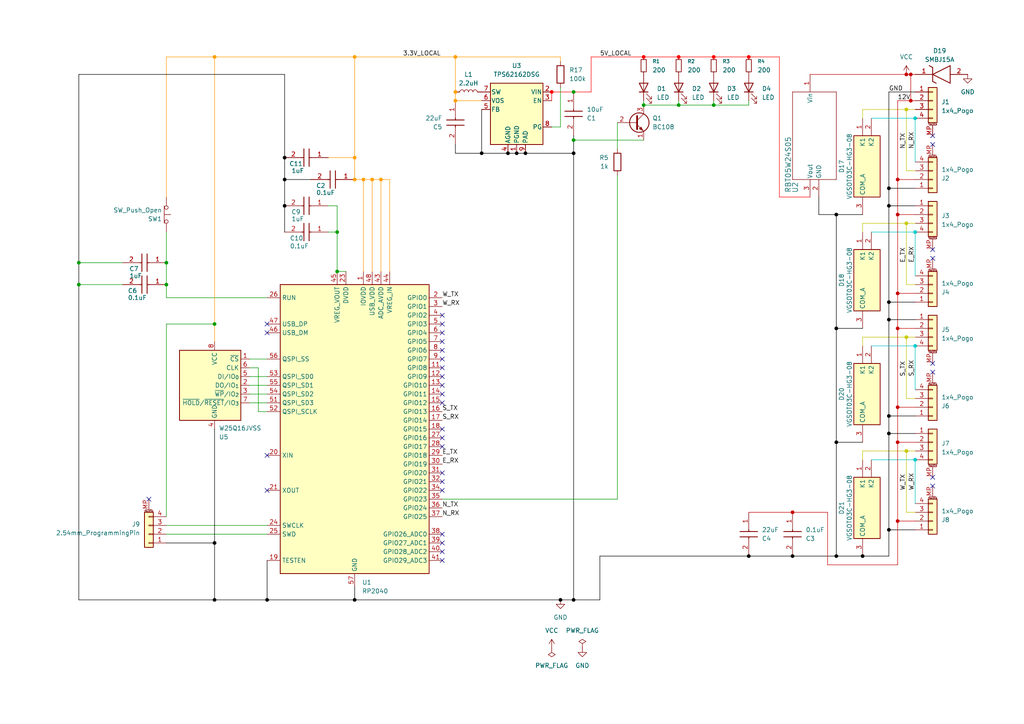
<source format=kicad_sch>
(kicad_sch (version 20250114) (generator "eeschema") (generator_version "9.0")
  (paper "A4")
  (title_block (date "2025-11-03") (rev "v0.0.1"))
  (junction (at 160.02 26.67) (color 255 0 0 1))
  (junction (at 260.35 85.09) (color 194 0 0 1))
  (junction (at 262.89 97.79) (color 194 194 0 1))
  (junction (at 102.87 52.07) (color 255 153 0 1))
  (junction (at 62.23 173.99) (color 0 0 0 1))
  (junction (at 132.08 16.51) (color 255 153 0 1))
  (junction (at 132.08 29.21) (color 255 153 0 1))
  (junction (at 262.89 64.77) (color 194 194 0 1))
  (junction (at 229.87 161.29) (color 0 0 0 1))
  (junction (at 162.56 173.99) (color 0 0 0 1))
  (junction (at 207.01 16.51) (color 255 0 0 1))
  (junction (at 166.37 26.67))
  (junction (at 265.43 100.33) (color 0 194 194 1))
  (junction (at 48.26 82.55))
  (junction (at 242.57 128.27) (color 0 0 0 1))
  (junction (at 262.89 21.59) (color 194 0 0 1))
  (junction (at 257.81 59.69) (color 0 0 0 1))
  (junction (at 217.17 16.51) (color 255 0 0 1))
  (junction (at 82.55 59.69) (color 0 0 0 1))
  (junction (at 147.32 44.45) (color 0 0 0 1))
  (junction (at 257.81 92.71) (color 0 0 0 1))
  (junction (at 260.35 128.27) (color 194 0 0 1))
  (junction (at 82.55 52.07) (color 0 0 0 1))
  (junction (at 22.86 76.2))
  (junction (at 250.19 161.29) (color 0 0 0 1))
  (junction (at 260.35 52.07) (color 194 0 0 1))
  (junction (at 217.17 161.29) (color 0 0 0 1))
  (junction (at 82.55 45.72) (color 0 0 0 1))
  (junction (at 186.69 30.48))
  (junction (at 260.35 62.23) (color 194 0 0 1))
  (junction (at 265.43 133.35) (color 0 194 194 1))
  (junction (at 186.69 16.51) (color 255 0 0 1))
  (junction (at 196.85 16.51) (color 255 0 0 1))
  (junction (at 260.35 151.13) (color 194 0 0 1))
  (junction (at 107.95 52.07) (color 255 153 0 1))
  (junction (at 62.23 16.51) (color 255 153 0 1))
  (junction (at 242.57 62.23) (color 0 0 0 1))
  (junction (at 260.35 118.11) (color 194 0 0 1))
  (junction (at 132.08 26.67) (color 255 153 0 1))
  (junction (at 257.81 125.73) (color 0 0 0 1))
  (junction (at 257.81 87.63) (color 0 0 0 1))
  (junction (at 62.23 93.98))
  (junction (at 262.89 31.75) (color 194 194 0 1))
  (junction (at 265.43 67.31) (color 0 194 194 1))
  (junction (at 229.87 148.59) (color 194 0 0 1))
  (junction (at 265.43 34.29) (color 0 194 194 1))
  (junction (at 77.47 173.99) (color 0 0 0 1))
  (junction (at 242.57 161.29) (color 0 0 0 1))
  (junction (at 207.01 30.48))
  (junction (at 242.57 95.25) (color 0 0 0 1))
  (junction (at 102.87 16.51) (color 255 153 0 1))
  (junction (at 262.89 130.81) (color 194 194 0 1))
  (junction (at 105.41 52.07) (color 255 153 0 1))
  (junction (at 102.87 45.72) (color 255 153 0 1))
  (junction (at 264.16 21.59) (color 194 0 0 1))
  (junction (at 102.87 173.99) (color 0 0 0 1))
  (junction (at 257.81 54.61) (color 0 0 0 1))
  (junction (at 257.81 153.67) (color 0 0 0 1))
  (junction (at 166.37 173.99) (color 0 0 0 1))
  (junction (at 257.81 120.65) (color 0 0 0 1))
  (junction (at 196.85 30.48))
  (junction (at 97.79 78.74))
  (junction (at 97.79 67.31))
  (junction (at 48.26 76.2))
  (junction (at 152.4 44.45) (color 0 0 0 1))
  (junction (at 110.49 52.07) (color 255 153 0 1))
  (junction (at 166.37 40.64))
  (junction (at 166.37 44.45) (color 0 0 0 1))
  (junction (at 139.7 44.45) (color 0 0 0 1))
  (junction (at 264.16 29.21) (color 194 0 0 1))
  (junction (at 149.86 44.45) (color 0 0 0 1))
  (junction (at 22.86 82.55))
  (junction (at 62.23 157.48) (color 0 0 0 1))
  (junction (at 260.35 95.25) (color 194 0 0 1))
  (no_connect (at 128.27 109.22))
  (no_connect (at 77.47 142.24))
  (no_connect (at 128.27 114.3))
  (no_connect (at 128.27 116.84))
  (no_connect (at 128.27 93.98))
  (no_connect (at 77.47 132.08))
  (no_connect (at 270.51 107.95))
  (no_connect (at 128.27 139.7))
  (no_connect (at 128.27 99.06))
  (no_connect (at 128.27 101.6))
  (no_connect (at 128.27 111.76))
  (no_connect (at 128.27 154.94))
  (no_connect (at 128.27 137.16))
  (no_connect (at 270.51 72.39))
  (no_connect (at 128.27 96.52))
  (no_connect (at 128.27 127))
  (no_connect (at 128.27 162.56))
  (no_connect (at 128.27 124.46))
  (no_connect (at 128.27 91.44))
  (no_connect (at 270.51 105.41))
  (no_connect (at 43.18 144.78))
  (no_connect (at 128.27 160.02))
  (no_connect (at 270.51 138.43))
  (no_connect (at 77.47 96.52))
  (no_connect (at 270.51 41.91))
  (no_connect (at 128.27 129.54))
  (no_connect (at 270.51 74.93))
  (no_connect (at 270.51 39.37))
  (no_connect (at 77.47 93.98))
  (no_connect (at 128.27 142.24))
  (no_connect (at 128.27 106.68))
  (no_connect (at 270.51 140.97))
  (no_connect (at 128.27 157.48))
  (no_connect (at 128.27 104.14))
  (wire (pts (xy 102.87 16.51) (xy 132.08 16.51)) (stroke (width 0) (color 255 153 0 1)))
  (wire (pts (xy 107.95 52.07) (xy 110.49 52.07)) (stroke (width 0) (color 255 153 0 1)))
  (wire (pts (xy 250.19 31.75) (xy 262.89 31.75)) (stroke (width 0) (color 194 194 0 1)))
  (wire (pts (xy 48.26 149.86) (xy 48.26 93.98)))
  (wire (pts (xy 90.17 52.07) (xy 82.55 52.07)) (stroke (width 0) (color 0 0 0 1)))
  (wire (pts (xy 264.16 21.59) (xy 265.43 21.59)) (stroke (width 0) (color 194 0 0 1)))
  (wire (pts (xy 262.89 49.53) (xy 265.43 49.53)) (stroke (width 0) (color 194 194 0 1)))
  (wire (pts (xy 260.35 85.09) (xy 260.35 95.25)) (stroke (width 0) (color 194 0 0 1)))
  (wire (pts (xy 257.81 92.71) (xy 265.43 92.71)) (stroke (width 0) (color 0 0 0 1)))
  (wire (pts (xy 262.89 130.81) (xy 262.89 148.59)) (stroke (width 0) (color 194 194 0 1)))
  (wire (pts (xy 257.81 87.63) (xy 257.81 92.71)) (stroke (width 0) (color 0 0 0 1)))
  (wire (pts (xy 72.39 104.14) (xy 77.47 104.14)))
  (wire (pts (xy 72.39 116.84) (xy 77.47 116.84)))
  (wire (pts (xy 166.37 39.37) (xy 166.37 40.64)) (stroke (width 0) (color 0 0 0 1)))
  (wire (pts (xy 48.26 93.98) (xy 62.23 93.98)))
  (wire (pts (xy 48.26 82.55) (xy 48.26 86.36)))
  (wire (pts (xy 48.26 76.2) (xy 48.26 82.55)))
  (wire (pts (xy 113.03 52.07) (xy 113.03 78.74)) (stroke (width 0) (color 255 153 0 1)))
  (wire (pts (xy 260.35 85.09) (xy 265.43 85.09)) (stroke (width 0) (color 194 0 0 1)))
  (wire (pts (xy 257.81 120.65) (xy 265.43 120.65)) (stroke (width 0) (color 0 0 0 1)))
  (wire (pts (xy 102.87 45.72) (xy 102.87 52.07)) (stroke (width 0) (color 255 153 0 1)))
  (wire (pts (xy 62.23 93.98) (xy 62.23 99.06)) (stroke (width 0) (color 255 153 0 1)))
  (wire (pts (xy 242.57 161.29) (xy 250.19 161.29)) (stroke (width 0) (color 0 0 0 1)))
  (wire (pts (xy 207.01 29.21) (xy 207.01 30.48)))
  (wire (pts (xy 217.17 161.29) (xy 229.87 161.29)) (stroke (width 0) (color 0 0 0 1)))
  (wire (pts (xy 260.35 118.11) (xy 260.35 128.27)) (stroke (width 0) (color 194 0 0 1)))
  (wire (pts (xy 229.87 161.29) (xy 242.57 161.29)) (stroke (width 0) (color 0 0 0 1)))
  (wire (pts (xy 196.85 29.21) (xy 196.85 30.48)))
  (wire (pts (xy 132.08 44.45) (xy 139.7 44.45)) (stroke (width 0) (color 0 0 0 1)))
  (wire (pts (xy 22.86 82.55) (xy 35.56 82.55)))
  (wire (pts (xy 234.95 21.59) (xy 262.89 21.59)) (stroke (width 0) (color 194 0 0 1)))
  (wire (pts (xy 260.35 118.11) (xy 265.43 118.11)) (stroke (width 0) (color 194 0 0 1)))
  (wire (pts (xy 74.93 106.68) (xy 74.93 119.38)))
  (wire (pts (xy 97.79 67.31) (xy 97.79 78.74)))
  (wire (pts (xy 48.26 67.31) (xy 48.26 76.2)))
  (wire (pts (xy 265.43 34.29) (xy 265.43 46.99)) (stroke (width 0) (color 0 194 194 1)))
  (wire (pts (xy 97.79 78.74) (xy 100.33 78.74)))
  (wire (pts (xy 257.81 59.69) (xy 265.43 59.69)) (stroke (width 0) (color 0 0 0 1)))
  (wire (pts (xy 95.25 45.72) (xy 102.87 45.72)) (stroke (width 0) (color 255 153 0 1)))
  (wire (pts (xy 262.89 130.81) (xy 265.43 130.81)) (stroke (width 0) (color 194 194 0 1)))
  (wire (pts (xy 260.35 163.83) (xy 260.35 151.13)) (stroke (width 0) (color 194 0 0 1)))
  (wire (pts (xy 217.17 16.51) (xy 226.06 16.51)) (stroke (width 0) (color 255 0 0 1)))
  (wire (pts (xy 265.43 97.79) (xy 262.89 97.79)) (stroke (width 0) (color 194 194 0 1)))
  (wire (pts (xy 48.26 154.94) (xy 77.47 154.94)))
  (wire (pts (xy 260.35 62.23) (xy 260.35 85.09)) (stroke (width 0) (color 194 0 0 1)))
  (wire (pts (xy 257.81 26.67) (xy 257.81 54.61)) (stroke (width 0) (color 0 0 0 1)))
  (wire (pts (xy 171.45 16.51) (xy 171.45 26.67)) (stroke (width 0) (color 255 0 0 1)))
  (wire (pts (xy 179.07 35.56) (xy 179.07 43.18)))
  (wire (pts (xy 22.86 173.99) (xy 22.86 82.55)) (stroke (width 0) (color 0 0 0 1)))
  (wire (pts (xy 250.19 133.35) (xy 250.19 130.81)) (stroke (width 0) (color 194 194 0 1)))
  (wire (pts (xy 265.43 31.75) (xy 262.89 31.75)) (stroke (width 0) (color 194 194 0 1)))
  (wire (pts (xy 265.43 100.33) (xy 265.43 113.03)) (stroke (width 0) (color 0 194 194 1)))
  (wire (pts (xy 217.17 30.48) (xy 217.17 29.21)))
  (wire (pts (xy 162.56 36.83) (xy 160.02 36.83)))
  (wire (pts (xy 257.81 92.71) (xy 257.81 120.65)) (stroke (width 0) (color 0 0 0 1)))
  (wire (pts (xy 237.49 57.15) (xy 237.49 62.23)) (stroke (width 0) (color 0 0 0 1)))
  (wire (pts (xy 132.08 29.21) (xy 139.7 29.21)) (stroke (width 0) (color 255 153 0 1)))
  (wire (pts (xy 107.95 52.07) (xy 107.95 78.74)) (stroke (width 0) (color 255 153 0 1)))
  (wire (pts (xy 166.37 26.67) (xy 171.45 26.67)) (stroke (width 0) (color 255 0 0 1)))
  (wire (pts (xy 257.81 59.69) (xy 257.81 87.63)) (stroke (width 0) (color 0 0 0 1)))
  (wire (pts (xy 62.23 173.99) (xy 77.47 173.99)) (stroke (width 0) (color 0 0 0 1)))
  (wire (pts (xy 173.99 173.99) (xy 173.99 161.29)) (stroke (width 0) (color 0 0 0 1)))
  (wire (pts (xy 257.81 125.73) (xy 257.81 153.67)) (stroke (width 0) (color 0 0 0 1)))
  (wire (pts (xy 250.19 161.29) (xy 257.81 161.29)) (stroke (width 0) (color 0 0 0 1)))
  (wire (pts (xy 62.23 157.48) (xy 62.23 173.99)) (stroke (width 0) (color 0 0 0 1)))
  (wire (pts (xy 262.89 148.59) (xy 265.43 148.59)) (stroke (width 0) (color 194 194 0 1)))
  (wire (pts (xy 265.43 29.21) (xy 264.16 29.21)) (stroke (width 0) (color 194 0 0 1)))
  (wire (pts (xy 242.57 128.27) (xy 250.19 128.27)) (stroke (width 0) (color 0 0 0 1)))
  (wire (pts (xy 82.55 45.72) (xy 82.55 52.07)) (stroke (width 0) (color 0 0 0 1)))
  (wire (pts (xy 265.43 133.35) (xy 265.43 146.05)) (stroke (width 0) (color 0 194 194 1)))
  (wire (pts (xy 257.81 87.63) (xy 265.43 87.63)) (stroke (width 0) (color 0 0 0 1)))
  (wire (pts (xy 22.86 76.2) (xy 22.86 21.59)) (stroke (width 0) (color 0 0 0 1)))
  (wire (pts (xy 48.26 86.36) (xy 77.47 86.36)))
  (wire (pts (xy 95.25 59.69) (xy 97.79 59.69)))
  (wire (pts (xy 171.45 16.51) (xy 186.69 16.51)) (stroke (width 0) (color 255 0 0 1)))
  (wire (pts (xy 207.01 16.51) (xy 217.17 16.51)) (stroke (width 0) (color 255 0 0 1)))
  (wire (pts (xy 250.19 97.79) (xy 262.89 97.79)) (stroke (width 0) (color 194 194 0 1)))
  (wire (pts (xy 179.07 50.8) (xy 179.07 144.78)))
  (wire (pts (xy 62.23 124.46) (xy 62.23 157.48)) (stroke (width 0) (color 0 0 0 1)))
  (wire (pts (xy 139.7 44.45) (xy 147.32 44.45)) (stroke (width 0) (color 0 0 0 1)))
  (wire (pts (xy 149.86 44.45) (xy 152.4 44.45)) (stroke (width 0) (color 0 0 0 1)))
  (wire (pts (xy 95.25 67.31) (xy 97.79 67.31)))
  (wire (pts (xy 22.86 76.2) (xy 35.56 76.2)))
  (wire (pts (xy 139.7 31.75) (xy 139.7 44.45)) (stroke (width 0) (color 0 0 0 1)))
  (wire (pts (xy 264.16 21.59) (xy 264.16 29.21)) (stroke (width 0) (color 194 0 0 1)))
  (wire (pts (xy 110.49 52.07) (xy 113.03 52.07)) (stroke (width 0) (color 255 153 0 1)))
  (wire (pts (xy 162.56 16.51) (xy 162.56 17.78)) (stroke (width 0) (color 255 153 0 1)))
  (wire (pts (xy 252.73 67.31) (xy 265.43 67.31)) (stroke (width 0) (color 0 194 194 1)))
  (wire (pts (xy 82.55 59.69) (xy 82.55 52.07)) (stroke (width 0) (color 0 0 0 1)))
  (wire (pts (xy 262.89 97.79) (xy 262.89 115.57)) (stroke (width 0) (color 194 194 0 1)))
  (wire (pts (xy 186.69 30.48) (xy 196.85 30.48)))
  (wire (pts (xy 196.85 16.51) (xy 207.01 16.51)) (stroke (width 0) (color 255 0 0 1)))
  (wire (pts (xy 166.37 173.99) (xy 173.99 173.99)) (stroke (width 0) (color 0 0 0 1)))
  (wire (pts (xy 196.85 30.48) (xy 207.01 30.48)))
  (wire (pts (xy 250.19 34.29) (xy 250.19 31.75)) (stroke (width 0) (color 194 194 0 1)))
  (wire (pts (xy 260.35 95.25) (xy 265.43 95.25)) (stroke (width 0) (color 194 0 0 1)))
  (wire (pts (xy 186.69 29.21) (xy 186.69 30.48)))
  (wire (pts (xy 262.89 64.77) (xy 262.89 82.55)) (stroke (width 0) (color 194 194 0 1)))
  (wire (pts (xy 257.81 54.61) (xy 265.43 54.61)) (stroke (width 0) (color 0 0 0 1)))
  (wire (pts (xy 72.39 114.3) (xy 77.47 114.3)))
  (wire (pts (xy 132.08 29.21) (xy 132.08 26.67)) (stroke (width 0) (color 255 153 0 1)))
  (wire (pts (xy 260.35 128.27) (xy 260.35 151.13)) (stroke (width 0) (color 194 0 0 1)))
  (wire (pts (xy 260.35 128.27) (xy 265.43 128.27)) (stroke (width 0) (color 194 0 0 1)))
  (wire (pts (xy 260.35 52.07) (xy 260.35 62.23)) (stroke (width 0) (color 194 0 0 1)))
  (wire (pts (xy 257.81 120.65) (xy 257.81 125.73)) (stroke (width 0) (color 0 0 0 1)))
  (wire (pts (xy 72.39 111.76) (xy 77.47 111.76)))
  (wire (pts (xy 48.26 16.51) (xy 62.23 16.51)) (stroke (width 0) (color 255 153 0 1)))
  (wire (pts (xy 207.01 30.48) (xy 217.17 30.48)))
  (wire (pts (xy 48.26 152.4) (xy 77.47 152.4)))
  (wire (pts (xy 242.57 62.23) (xy 250.19 62.23)) (stroke (width 0) (color 0 0 0 1)))
  (wire (pts (xy 110.49 52.07) (xy 110.49 78.74)) (stroke (width 0) (color 255 153 0 1)))
  (wire (pts (xy 105.41 52.07) (xy 107.95 52.07)) (stroke (width 0) (color 255 153 0 1)))
  (wire (pts (xy 265.43 64.77) (xy 262.89 64.77)) (stroke (width 0) (color 194 194 0 1)))
  (wire (pts (xy 72.39 109.22) (xy 77.47 109.22)))
  (wire (pts (xy 102.87 173.99) (xy 162.56 173.99)) (stroke (width 0) (color 0 0 0 1)))
  (wire (pts (xy 242.57 95.25) (xy 242.57 128.27)) (stroke (width 0) (color 0 0 0 1)))
  (wire (pts (xy 166.37 44.45) (xy 166.37 173.99)) (stroke (width 0) (color 0 0 0 1)))
  (wire (pts (xy 82.55 59.69) (xy 82.55 67.31)) (stroke (width 0) (color 0 0 0 1)))
  (wire (pts (xy 260.35 95.25) (xy 260.35 118.11)) (stroke (width 0) (color 194 0 0 1)))
  (wire (pts (xy 186.69 16.51) (xy 196.85 16.51)) (stroke (width 0) (color 255 0 0 1)))
  (wire (pts (xy 262.89 115.57) (xy 265.43 115.57)) (stroke (width 0) (color 194 194 0 1)))
  (wire (pts (xy 62.23 16.51) (xy 102.87 16.51)) (stroke (width 0) (color 255 153 0 1)))
  (wire (pts (xy 132.08 16.51) (xy 132.08 26.67)) (stroke (width 0) (color 255 153 0 1)))
  (wire (pts (xy 97.79 67.31) (xy 97.79 59.69)))
  (wire (pts (xy 262.89 31.75) (xy 262.89 49.53)) (stroke (width 0) (color 194 194 0 1)))
  (wire (pts (xy 260.35 151.13) (xy 265.43 151.13)) (stroke (width 0) (color 194 0 0 1)))
  (wire (pts (xy 252.73 34.29) (xy 265.43 34.29)) (stroke (width 0) (color 0 194 194 1)))
  (wire (pts (xy 160.02 26.67) (xy 160.02 29.21)) (stroke (width 0) (color 255 0 0 1)))
  (wire (pts (xy 260.35 52.07) (xy 265.43 52.07)) (stroke (width 0) (color 194 0 0 1)))
  (wire (pts (xy 257.81 125.73) (xy 265.43 125.73)) (stroke (width 0) (color 0 0 0 1)))
  (wire (pts (xy 173.99 161.29) (xy 217.17 161.29)) (stroke (width 0) (color 0 0 0 1)))
  (wire (pts (xy 262.89 21.59) (xy 264.16 21.59)) (stroke (width 0) (color 194 0 0 1)))
  (wire (pts (xy 250.19 100.33) (xy 250.19 97.79)) (stroke (width 0) (color 194 194 0 1)))
  (wire (pts (xy 152.4 44.45) (xy 166.37 44.45)) (stroke (width 0) (color 0 0 0 1)))
  (wire (pts (xy 132.08 16.51) (xy 162.56 16.51)) (stroke (width 0) (color 255 153 0 1)))
  (wire (pts (xy 252.73 133.35) (xy 265.43 133.35)) (stroke (width 0) (color 0 194 194 1)))
  (wire (pts (xy 240.03 163.83) (xy 260.35 163.83)) (stroke (width 0) (color 194 0 0 1)))
  (wire (pts (xy 250.19 130.81) (xy 262.89 130.81)) (stroke (width 0) (color 194 194 0 1)))
  (wire (pts (xy 250.19 64.77) (xy 262.89 64.77)) (stroke (width 0) (color 194 194 0 1)))
  (wire (pts (xy 257.81 54.61) (xy 257.81 59.69)) (stroke (width 0) (color 0 0 0 1)))
  (wire (pts (xy 262.89 82.55) (xy 265.43 82.55)) (stroke (width 0) (color 194 194 0 1)))
  (wire (pts (xy 250.19 67.31) (xy 250.19 64.77)) (stroke (width 0) (color 194 194 0 1)))
  (wire (pts (xy 265.43 67.31) (xy 265.43 80.01)) (stroke (width 0) (color 0 194 194 1)))
  (wire (pts (xy 132.08 41.91) (xy 132.08 44.45)) (stroke (width 0) (color 0 0 0 1)))
  (wire (pts (xy 252.73 100.33) (xy 265.43 100.33)) (stroke (width 0) (color 0 194 194 1)))
  (wire (pts (xy 74.93 119.38) (xy 77.47 119.38)))
  (wire (pts (xy 229.87 148.59) (xy 240.03 148.59)) (stroke (width 0) (color 194 0 0 1)))
  (wire (pts (xy 260.35 62.23) (xy 265.43 62.23)) (stroke (width 0) (color 194 0 0 1)))
  (wire (pts (xy 179.07 144.78) (xy 128.27 144.78)))
  (wire (pts (xy 102.87 52.07) (xy 105.41 52.07)) (stroke (width 0) (color 255 153 0 1)))
  (wire (pts (xy 226.06 57.15) (xy 234.95 57.15)) (stroke (width 0) (color 255 0 0 1)))
  (wire (pts (xy 264.16 29.21) (xy 260.35 29.21)) (stroke (width 0) (color 194 0 0 1)))
  (wire (pts (xy 237.49 62.23) (xy 242.57 62.23)) (stroke (width 0) (color 0 0 0 1)))
  (wire (pts (xy 166.37 40.64) (xy 166.37 44.45)) (stroke (width 0) (color 0 0 0 1)))
  (wire (pts (xy 102.87 170.18) (xy 102.87 173.99)) (stroke (width 0) (color 0 0 0 1)))
  (wire (pts (xy 240.03 163.83) (xy 240.03 148.59)) (stroke (width 0) (color 194 0 0 1)))
  (wire (pts (xy 22.86 21.59) (xy 82.55 21.59)) (stroke (width 0) (color 0 0 0 1)))
  (wire (pts (xy 257.81 26.67) (xy 265.43 26.67)) (stroke (width 0) (color 0 0 0 1)))
  (wire (pts (xy 257.81 153.67) (xy 265.43 153.67)) (stroke (width 0) (color 0 0 0 1)))
  (wire (pts (xy 48.26 16.51) (xy 48.26 57.15)) (stroke (width 0) (color 255 153 0 1)))
  (wire (pts (xy 162.56 173.99) (xy 166.37 173.99)) (stroke (width 0) (color 0 0 0 1)))
  (wire (pts (xy 226.06 16.51) (xy 226.06 57.15)) (stroke (width 0) (color 255 0 0 1)))
  (wire (pts (xy 166.37 40.64) (xy 186.69 40.64)))
  (wire (pts (xy 82.55 21.59) (xy 82.55 45.72)) (stroke (width 0) (color 0 0 0 1)))
  (wire (pts (xy 242.57 62.23) (xy 242.57 95.25)) (stroke (width 0) (color 0 0 0 1)))
  (wire (pts (xy 22.86 82.55) (xy 22.86 76.2)) (stroke (width 0) (color 0 0 0 1)))
  (wire (pts (xy 62.23 16.51) (xy 62.23 93.98)) (stroke (width 0) (color 255 153 0 1)))
  (wire (pts (xy 160.02 26.67) (xy 166.37 26.67)) (stroke (width 0) (color 255 0 0 1)))
  (wire (pts (xy 72.39 106.68) (xy 74.93 106.68)))
  (wire (pts (xy 242.57 128.27) (xy 242.57 161.29)) (stroke (width 0) (color 0 0 0 1)))
  (wire (pts (xy 217.17 148.59) (xy 229.87 148.59)) (stroke (width 0) (color 194 0 0 1)))
  (wire (pts (xy 162.56 25.4) (xy 162.56 36.83)))
  (wire (pts (xy 77.47 162.56) (xy 77.47 173.99)) (stroke (width 0) (color 0 0 0 1)))
  (wire (pts (xy 147.32 44.45) (xy 149.86 44.45)) (stroke (width 0) (color 0 0 0 1)))
  (wire (pts (xy 22.86 173.99) (xy 62.23 173.99)) (stroke (width 0) (color 0 0 0 1)))
  (wire (pts (xy 105.41 52.07) (xy 105.41 78.74)) (stroke (width 0) (color 255 153 0 1)))
  (wire (pts (xy 257.81 161.29) (xy 257.81 153.67)) (stroke (width 0) (color 0 0 0 1)))
  (wire (pts (xy 77.47 173.99) (xy 102.87 173.99)) (stroke (width 0) (color 0 0 0 1)))
  (wire (pts (xy 242.57 95.25) (xy 250.19 95.25)) (stroke (width 0) (color 0 0 0 1)))
  (wire (pts (xy 260.35 29.21) (xy 260.35 52.07)) (stroke (width 0) (color 194 0 0 1)))
  (wire (pts (xy 102.87 16.51) (xy 102.87 45.72)) (stroke (width 0) (color 255 153 0 1)))
  (wire (pts (xy 48.26 157.48) (xy 62.23 157.48)) (stroke (width 0) (color 0 0 0 1)))
  (label "N_TX" (at 262.89 43.18 90))
  (label "E_TX" (at 262.89 76.2 90))
  (label "S_TX" (at 128.27 119.38 0))
  (label "N_RX" (at 128.27 149.86 0))
  (label "W_RX" (at 265.43 142.24 90))
  (label "N_TX" (at 128.27 147.32 0))
  (label "5V_LOCAL" (at 173.99 16.51 0))
  (label "E_RX" (at 128.27 134.62 0))
  (label "3.3V_LOCAL" (at 116.84 16.51 0))
  (label "W_TX" (at 128.27 86.36 0))
  (label "12V" (at 260.35 29.21 0))
  (label "W_TX" (at 262.89 142.24 90))
  (label "W_RX" (at 128.27 88.9 0))
  (label "GND" (at 257.81 26.67 0))
  (label "N_RX" (at 265.43 43.18 90))
  (label "E_TX" (at 128.27 132.08 0))
  (label "S_RX" (at 265.43 109.22 90))
  (label "E_RX" (at 265.43 76.2 90))
  (label "S_TX" (at 262.89 109.22 90))
  (label "S_RX" (at 128.27 121.92 0))
  (symbol (lib_id "Connector_Generic_MountingPin:Conn_01x04_MountingPin") (at 43.18 154.94 180) (unit 1)
    (property "Reference" "J9" (at 40.64 152.0443 0) (effects (justify left)))
    (property "Value" "2.54mm_ProgrammingPin" (at 40.64 154.5843 0) (effects (justify left)))
    (property "Footprint" "Connector_PinSocket_2.54mm:PinSocket_1x04_P2.54mm_Vertical" (effects (hide yes)))
    (property "Description" "Generic connectable mounting pin connector, single row, 01x04, script generated (kicad-library-utils/schlib/autogen/connector/)" (effects (hide yes)))
  )
  (symbol (lib_id "Device:LED") (at 207.01 25.4 90) (unit 1)
    (property "Reference" "D3" (at 210.82 25.7174 90) (effects (justify right)))
    (property "Value" "LED" (at 210.82 28.2574 90) (effects (justify right)))
    (property "Footprint" "SamacSys_Parts:LEDC1608X115N" (effects (hide yes)))
    (property "Description" "Light emitting diode" (effects (hide yes)))
    (property "Sim.Pins" "1=K 2=A" (effects (hide yes)))
  )
  (symbol (lib_id "SamacSys_Parts:SMBJ15A") (at 265.43 21.59 0) (unit 1)
    (property "Reference" "D19" (at 272.542 14.732 0))
    (property "Value" "SMBJ15A" (at 272.542 17.272 0))
    (property "Footprint" "SamacSys_Parts:DIOM5436X244N" (effects (hide yes)))
    (property "Datasheet" "http://www.vishay.com/docs/88392/smbj.pdf" (effects (hide yes)))
    (property "Description" "Unidirectional 600W TVS diode,SMBJ15A" (effects (hide yes)))
    (property "Height" "2.44" (effects (hide yes)))
    (property "Manufacturer_Name" "Vishay" (effects (hide yes)))
    (property "Manufacturer_Part_Number" "SMBJ15A" (effects (hide yes)))
    (property "Mouser Part Number" "78-SMBJ15A" (effects (hide yes)))
    (property "Mouser Price/Stock" "https://www.mouser.co.uk/ProductDetail/Vishay-General-Semiconductor/SMBJ15A?qs=%252BA9HMDDz5KavBY56EO7ceQ%3D%3D" (effects (hide yes)))
  )
  (symbol (lib_id "SamacSys_Parts:C0805F104K1RACAUTO") (at 229.87 148.59 90) (mirror x) (unit 1)
    (property "Reference" "C3" (at 233.68 156.2101 90) (effects (justify right)))
    (property "Value" "0.1uF" (at 233.68 153.6701 90) (effects (justify right)))
    (property "Footprint" "SamacSys_Parts:CAPC2012X140N" (effects (hide yes)))
    (property "Datasheet" "https://content.kemet.com/datasheets/KEM_C1014_X7R_FE-CAP_SMD.pdf" (effects (hide yes)))
    (property "Description" "Multilayer Ceramic Capacitors MLCC - SMD/SMT 100V 0.1uF 10% X7R -55 / +125C AEC-Q200" (effects (hide yes)))
    (property "Height" "1.4" (effects (hide yes)))
    (property "Manufacturer_Name" "KEMET" (effects (hide yes)))
    (property "Manufacturer_Part_Number" "C0805F104K1RACAUTO" (effects (hide yes)))
  )
  (symbol (lib_id "SamacSys_Parts:GRM188C81A226ME01D") (at 217.17 148.59 90) (mirror x) (unit 1)
    (property "Reference" "C4" (at 220.98 156.2101 90) (effects (justify right)))
    (property "Value" "22uF" (at 220.98 153.6701 90) (effects (justify right)))
    (property "Footprint" "SamacSys_Parts:GRM18x" (effects (hide yes)))
    (property "Datasheet" "https://search.murata.co.jp/Ceramy/image/img/A01X/G101/ENG/GRM188C81A226ME01-01A.pdf" (effects (hide yes)))
    (property "Description" "MLCC, 0603" (effects (hide yes)))
    (property "Height" "0.9" (effects (hide yes)))
    (property "Manufacturer_Name" "Murata Electronics" (effects (hide yes)))
    (property "Manufacturer_Part_Number" "GRM188C81A226ME01D" (effects (hide yes)))
  )
  (symbol (lib_id "SamacSys_Parts:GRM033D70E105ME15D") (at 95.25 59.69 0) (mirror y) (unit 1)
    (property "Reference" "C9" (at 85.852 61.468 0))
    (property "Value" "1uF" (at 86.36 63.5 0))
    (property "Footprint" "SamacSys_Parts:CAPC0603X33N" (effects (hide yes)))
    (property "Datasheet" "https://search.murata.co.jp/Ceramy/image/img/A01X/G101/ENG/GRM033D70E105ME15-01A.pdf" (effects (hide yes)))
    (property "Description" "Capacitor GRM03_0.09 L=0.6mm W=0.3mm T=0.3mm" (effects (hide yes)))
    (property "Height" "0.33" (effects (hide yes)))
    (property "Manufacturer_Name" "Murata Electronics" (effects (hide yes)))
    (property "Manufacturer_Part_Number" "GRM033D70E105ME15D" (effects (hide yes)))
    (property "Mouser Part Number" "81-GRM033D70E105ME5D" (effects (hide yes)))
    (property "Mouser Price/Stock" "https://www.mouser.co.uk/ProductDetail/Murata-Electronics/GRM033D70E105ME15D?qs=r5DSvlrkXmLLNF3ZiIF79w%3D%3D" (effects (hide yes)))
  )
  (symbol (lib_id "power:GND") (at 168.91 187.96 0) (unit 1)
    (property "Reference" "#PWR03" (effects (hide yes)))
    (property "Value" "GND" (at 168.91 193.04 0))
    (property "Description" "Power symbol creates a global label with name \"GND\" , ground" (effects (hide yes)))
  )
  (symbol (lib_id "Device:LED") (at 196.85 25.4 90) (unit 1)
    (property "Reference" "D2" (at 200.66 25.7174 90) (effects (justify right)))
    (property "Value" "LED" (at 200.66 28.2574 90) (effects (justify right)))
    (property "Footprint" "SamacSys_Parts:LEDC1608X115N" (effects (hide yes)))
    (property "Description" "Light emitting diode" (effects (hide yes)))
    (property "Sim.Pins" "1=K 2=A" (effects (hide yes)))
  )
  (symbol (lib_id "Device:R_Small") (at 217.17 19.05 0) (unit 1)
    (property "Reference" "R4" (at 219.71 17.7799 0) (effects (font (size 1.016 1.016)) (justify left)))
    (property "Value" "200" (at 219.71 20.3199 0) (effects (justify left)))
    (property "Footprint" "SamacSys_Parts:CRCW1210200RJNEAIF" (effects (hide yes)))
    (property "Description" "Resistor, small symbol" (effects (hide yes)))
  )
  (symbol (lib_id "Regulator_Switching:TPS62162DSG") (at 149.86 34.29 0) (mirror y) (unit 1)
    (property "Reference" "U3" (at 149.86 19.05 0))
    (property "Value" "TPS62162DSG" (at 149.86 21.59 0))
    (property "Footprint" "Package_SON:WSON-8-1EP_2x2mm_P0.5mm_EP0.9x1.6mm_ThermalVias" (effects (hide yes)))
    (property "Datasheet" "http://www.ti.com/lit/ds/symlink/tps62160.pdf" (effects (hide yes)))
    (property "Description" "1A Step-Down Converter with DCS-Control, fixed 3.3V output, 3-17V input voltage, WSON-8" (effects (hide yes)))
  )
  (symbol (lib_id "Device:R_Small") (at 207.01 19.05 0) (unit 1)
    (property "Reference" "R3" (at 209.55 17.7799 0) (effects (font (size 1.016 1.016)) (justify left)))
    (property "Value" "200" (at 209.55 20.3199 0) (effects (justify left)))
    (property "Footprint" "SamacSys_Parts:CRCW1210200RJNEAIF" (effects (hide yes)))
    (property "Description" "Resistor, small symbol" (effects (hide yes)))
  )
  (symbol (lib_id "Device:R") (at 162.56 21.59 0) (mirror y) (unit 1)
    (property "Reference" "R17" (at 165.1 20.3199 0) (effects (justify right)))
    (property "Value" "100k" (at 165.1 22.8599 0) (effects (justify right)))
    (property "Footprint" "SamacSys_Parts:TNPW0805100KFHEA" (effects (hide yes)))
    (property "Description" "Resistor" (effects (hide yes)))
  )
  (symbol (lib_id "SamacSys_Parts:C0805F104K1RACAUTO") (at 48.26 82.55 0) (mirror y) (unit 1)
    (property "Reference" "C6" (at 37.084 84.328 0) (effects (justify right)))
    (property "Value" "0.1uF" (at 37.084 86.36 0) (effects (justify right)))
    (property "Footprint" "SamacSys_Parts:CAPC2012X140N" (effects (hide yes)))
    (property "Datasheet" "https://content.kemet.com/datasheets/KEM_C1014_X7R_FE-CAP_SMD.pdf" (effects (hide yes)))
    (property "Description" "Multilayer Ceramic Capacitors MLCC - SMD/SMT 100V 0.1uF 10% X7R -55 / +125C AEC-Q200" (effects (hide yes)))
    (property "Height" "1.4" (effects (hide yes)))
    (property "Manufacturer_Name" "KEMET" (effects (hide yes)))
    (property "Manufacturer_Part_Number" "C0805F104K1RACAUTO" (effects (hide yes)))
  )
  (symbol (lib_id "Connector_Generic_MountingPin:Conn_01x04_MountingPin") (at 270.51 151.13 0) (mirror x) (unit 1)
    (property "Reference" "J8" (at 273.05 150.7745 0) (effects (justify left)))
    (property "Value" "1x4_Pogo" (at 273.05 148.2345 0) (effects (justify left)))
    (property "Footprint" "Connector_PinSocket_2.54mm:PinSocket_1x04_P2.54mm_Vertical" (effects (hide yes)))
    (property "Description" "Generic connectable mounting pin connector, single row, 01x04, script generated (kicad-library-utils/schlib/autogen/connector/)" (effects (hide yes)))
  )
  (symbol (lib_id "Connector_Generic_MountingPin:Conn_01x04_MountingPin") (at 270.51 95.25 0) (unit 1)
    (property "Reference" "J5" (at 273.05 95.6055 0) (effects (justify left)))
    (property "Value" "1x4_Pogo" (at 273.05 98.1455 0) (effects (justify left)))
    (property "Footprint" "Connector_PinSocket_2.54mm:PinSocket_1x04_P2.54mm_Vertical" (effects (hide yes)))
    (property "Description" "Generic connectable mounting pin connector, single row, 01x04, script generated (kicad-library-utils/schlib/autogen/connector/)" (effects (hide yes)))
  )
  (symbol (lib_id "Device:LED") (at 186.69 25.4 90) (unit 1)
    (property "Reference" "D1" (at 190.5 25.7174 90) (effects (justify right)))
    (property "Value" "LED" (at 190.5 28.2574 90) (effects (justify right)))
    (property "Footprint" "SamacSys_Parts:LEDC1608X115N" (effects (hide yes)))
    (property "Description" "Light emitting diode" (effects (hide yes)))
    (property "Sim.Pins" "1=K 2=A" (effects (hide yes)))
  )
  (symbol (lib_id "Device:R") (at 179.07 46.99 0) (unit 1)
    (property "Reference" "R5" (at 176.53 45.7199 0) (effects (justify right)))
    (property "Value" "1k" (at 176.53 48.2599 0) (effects (justify right)))
    (property "Footprint" "SamacSys_Parts:ERJ-UP6D1001V" (effects (hide yes)))
    (property "Description" "Resistor" (effects (hide yes)))
  )
  (symbol (lib_id "Device:LED") (at 217.17 25.4 90) (unit 1)
    (property "Reference" "D4" (at 220.98 25.7174 90) (effects (justify right)))
    (property "Value" "LED" (at 220.98 28.2574 90) (effects (justify right)))
    (property "Footprint" "SamacSys_Parts:LEDC1608X115N" (effects (hide yes)))
    (property "Description" "Light emitting diode" (effects (hide yes)))
    (property "Sim.Pins" "1=K 2=A" (effects (hide yes)))
  )
  (symbol (lib_id "power:PWR_FLAG") (at 160.02 187.96 0) (mirror x) (unit 1)
    (property "Reference" "#FLG02" (effects (hide yes)))
    (property "Value" "PWR_FLAG" (at 160.02 193.04 0))
    (property "Description" "Special symbol for telling ERC where power comes from" (effects (hide yes)))
  )
  (symbol (lib_id "SamacSys_Parts:GRM188C81A226ME01D") (at 132.08 29.21 270) (unit 1)
    (property "Reference" "C5" (at 128.27 36.8301 90) (effects (justify right)))
    (property "Value" "22uF" (at 128.27 34.2901 90) (effects (justify right)))
    (property "Footprint" "SamacSys_Parts:GRM18x" (effects (hide yes)))
    (property "Datasheet" "https://search.murata.co.jp/Ceramy/image/img/A01X/G101/ENG/GRM188C81A226ME01-01A.pdf" (effects (hide yes)))
    (property "Description" "MLCC, 0603" (effects (hide yes)))
    (property "Height" "0.9" (effects (hide yes)))
    (property "Manufacturer_Name" "Murata Electronics" (effects (hide yes)))
    (property "Manufacturer_Part_Number" "GRM188C81A226ME01D" (effects (hide yes)))
  )
  (symbol (lib_id "SamacSys_Parts:GRM155R60J106ME18D") (at 166.37 26.67 90) (mirror x) (unit 1)
    (property "Reference" "C1" (at 170.18 34.2901 90) (effects (justify right)))
    (property "Value" "10uF" (at 170.18 31.7501 90) (effects (justify right)))
    (property "Footprint" "SamacSys_Parts:CAPC1005X70N" (effects (hide yes)))
    (property "Datasheet" "http://www.murata.com/~/media/webrenewal/support/library/catalog/products/capacitor/mlcc/c02e.pdf" (effects (hide yes)))
    (property "Description" "Chip Capacitor value 106" (effects (hide yes)))
    (property "Height" "0.7" (effects (hide yes)))
    (property "Manufacturer_Name" "Murata Electronics" (effects (hide yes)))
    (property "Manufacturer_Part_Number" "GRM155R60J106ME18D" (effects (hide yes)))
  )
  (symbol (lib_id "SamacSys_Parts:VGSOT03C-HG3-08") (at 250.19 133.35 90) (mirror x) (unit 1)
    (property "Reference" "D21" (at 244.094 147.32 0))
    (property "Value" "VGSOT03C-HG3-08" (at 246.38 147.32 0))
    (property "Footprint" "SamacSys_Parts:SOT95P248X115-3N" (effects (hide yes)))
    (property "Datasheet" "https://www.vishay.com/docs/86325/vgsot03c-vgsot36c.pdf" (effects (hide yes)))
    (property "Description" "Two-line unidirectional ESD protection diode  Common anode  Can be used as bidirectional protection diode  ESD immunity acc. IEC 61000-4-2 and ISO 10605 +/- 30 kV contact discharge +/- 30 kV air discharge  ESD capability according to AEC-Q101: human body model: class H3B: > 8 kV  e3 - Sn  AEC-Q101 qualified available" (effects (hide yes)))
    (property "Height" "1.15" (effects (hide yes)))
    (property "Manufacturer_Name" "Vishay" (effects (hide yes)))
    (property "Manufacturer_Part_Number" "VGSOT03C-HG3-08" (effects (hide yes)))
  )
  (symbol (lib_id "SamacSys_Parts:C0805F104K1RACAUTO") (at 95.25 67.31 0) (mirror y) (unit 1)
    (property "Reference" "C10" (at 84.074 69.088 0) (effects (justify right)))
    (property "Value" "0.1uF" (at 84.074 71.374 0) (effects (justify right)))
    (property "Footprint" "SamacSys_Parts:CAPC2012X140N" (effects (hide yes)))
    (property "Datasheet" "https://content.kemet.com/datasheets/KEM_C1014_X7R_FE-CAP_SMD.pdf" (effects (hide yes)))
    (property "Description" "Multilayer Ceramic Capacitors MLCC - SMD/SMT 100V 0.1uF 10% X7R -55 / +125C AEC-Q200" (effects (hide yes)))
    (property "Height" "1.4" (effects (hide yes)))
    (property "Manufacturer_Name" "KEMET" (effects (hide yes)))
    (property "Manufacturer_Part_Number" "C0805F104K1RACAUTO" (effects (hide yes)))
  )
  (symbol (lib_id "Connector_Generic_MountingPin:Conn_01x04_MountingPin") (at 270.51 85.09 0) (mirror x) (unit 1)
    (property "Reference" "J4" (at 273.05 84.7345 0) (effects (justify left)))
    (property "Value" "1x4_Pogo" (at 273.05 82.1945 0) (effects (justify left)))
    (property "Footprint" "Connector_PinSocket_2.54mm:PinSocket_1x04_P2.54mm_Vertical" (effects (hide yes)))
    (property "Description" "Generic connectable mounting pin connector, single row, 01x04, script generated (kicad-library-utils/schlib/autogen/connector/)" (effects (hide yes)))
  )
  (symbol (lib_id "2025-11-06_01-25-23:RBT05W24S05") (at 234.95 19.05 90) (mirror x) (unit 1)
    (property "Reference" "U2" (at 230.632 54.356 0) (effects (font (size 1.524 1.524))))
    (property "Value" "RBT05W24S05" (at 228.6 47.752 0) (effects (font (size 1.524 1.524))))
    (property "Footprint" "SamacSys_Parts:RBT10W24S05_XPP_XPR" (effects (hide yes)))
    (property "Datasheet" "RBT05W24S05" (effects (hide yes)))
  )
  (symbol (lib_id "Transistor_BJT:BC108") (at 184.15 35.56 0) (unit 1)
    (property "Reference" "Q1" (at 189.23 34.2899 0) (effects (justify left)))
    (property "Value" "BC108" (at 189.23 36.8299 0) (effects (justify left)))
    (property "Footprint" "Package_TO_SOT_THT:TO-18-3" (effects (hide yes)))
    (property "Datasheet" "http://www.b-kainka.de/Daten/Transistor/BC108.pdf" (effects (hide yes)))
    (property "Description" "0.1A Ic, 30V Vce, Low Noise General Purpose NPN Transistor, TO-18" (effects (hide yes)))
  )
  (symbol (lib_id "SamacSys_Parts:GRM033D70E105ME15D") (at 95.25 45.72 0) (mirror y) (unit 1)
    (property "Reference" "C11" (at 85.852 47.498 0))
    (property "Value" "1uF" (at 86.36 49.53 0))
    (property "Footprint" "SamacSys_Parts:CAPC0603X33N" (effects (hide yes)))
    (property "Datasheet" "https://search.murata.co.jp/Ceramy/image/img/A01X/G101/ENG/GRM033D70E105ME15-01A.pdf" (effects (hide yes)))
    (property "Description" "Capacitor GRM03_0.09 L=0.6mm W=0.3mm T=0.3mm" (effects (hide yes)))
    (property "Height" "0.33" (effects (hide yes)))
    (property "Manufacturer_Name" "Murata Electronics" (effects (hide yes)))
    (property "Manufacturer_Part_Number" "GRM033D70E105ME15D" (effects (hide yes)))
    (property "Mouser Part Number" "81-GRM033D70E105ME5D" (effects (hide yes)))
    (property "Mouser Price/Stock" "https://www.mouser.co.uk/ProductDetail/Murata-Electronics/GRM033D70E105ME15D?qs=r5DSvlrkXmLLNF3ZiIF79w%3D%3D" (effects (hide yes)))
  )
  (symbol (lib_id "power:GND") (at 280.67 21.59 0) (unit 1)
    (property "Reference" "#PWR05" (effects (hide yes)))
    (property "Value" "GND" (at 280.67 26.67 0))
    (property "Description" "Power symbol creates a global label with name \"GND\" , ground" (effects (hide yes)))
  )
  (symbol (lib_id "Device:R_Small") (at 196.85 19.05 0) (unit 1)
    (property "Reference" "R2" (at 199.39 17.7799 0) (effects (font (size 1.016 1.016)) (justify left)))
    (property "Value" "200" (at 199.39 20.3199 0) (effects (justify left)))
    (property "Footprint" "SamacSys_Parts:CRCW1210200RJNEAIF" (effects (hide yes)))
    (property "Description" "Resistor, small symbol" (effects (hide yes)))
  )
  (symbol (lib_id "Memory_Flash:W25Q16JVSS") (at 62.23 111.76 0) (mirror y) (unit 1)
    (property "Reference" "U5" (at 63.5 126.746 0) (effects (justify right)))
    (property "Value" "W25Q16JVSS" (at 63.5 124.206 0) (effects (justify right)))
    (property "Footprint" "Package_SO:SOIC-8_5.3x5.3mm_P1.27mm" (effects (hide yes)))
    (property "Datasheet" "https://www.winbond.com/hq/support/documentation/levelOne.jsp?__locale=en&DocNo=DA00-W25Q16JV.1" (effects (hide yes)))
    (property "Description" "16Mbit / 2MiB Serial Flash Memory, Standard/Dual/Quad SPI, 2.7-3.6V, SOIC-8 (208 mil)" (effects (hide yes)))
  )
  (symbol (lib_id "power:VCC") (at 160.02 187.96 0) (unit 1)
    (property "Reference" "#PWR04" (effects (hide yes)))
    (property "Value" "VCC" (at 160.02 182.88 0))
    (property "Description" "Power symbol creates a global label with name \"VCC\"" (effects (hide yes)))
  )
  (symbol (lib_id "SamacSys_Parts:VGSOT03C-HG3-08") (at 250.19 67.31 90) (mirror x) (unit 1)
    (property "Reference" "D18" (at 244.094 81.28 0))
    (property "Value" "VGSOT03C-HG3-08" (at 246.38 81.28 0))
    (property "Footprint" "SamacSys_Parts:SOT95P248X115-3N" (effects (hide yes)))
    (property "Datasheet" "https://www.vishay.com/docs/86325/vgsot03c-vgsot36c.pdf" (effects (hide yes)))
    (property "Description" "Two-line unidirectional ESD protection diode  Common anode  Can be used as bidirectional protection diode  ESD immunity acc. IEC 61000-4-2 and ISO 10605 +/- 30 kV contact discharge +/- 30 kV air discharge  ESD capability according to AEC-Q101: human body model: class H3B: > 8 kV  e3 - Sn  AEC-Q101 qualified available" (effects (hide yes)))
    (property "Height" "1.15" (effects (hide yes)))
    (property "Manufacturer_Name" "Vishay" (effects (hide yes)))
    (property "Manufacturer_Part_Number" "VGSOT03C-HG3-08" (effects (hide yes)))
  )
  (symbol (lib_id "SamacSys_Parts:VGSOT03C-HG3-08") (at 250.19 34.29 90) (mirror x) (unit 1)
    (property "Reference" "D17" (at 244.094 48.26 0))
    (property "Value" "VGSOT03C-HG3-08" (at 246.38 48.26 0))
    (property "Footprint" "SamacSys_Parts:SOT95P248X115-3N" (effects (hide yes)))
    (property "Datasheet" "https://www.vishay.com/docs/86325/vgsot03c-vgsot36c.pdf" (effects (hide yes)))
    (property "Description" "Two-line unidirectional ESD protection diode  Common anode  Can be used as bidirectional protection diode  ESD immunity acc. IEC 61000-4-2 and ISO 10605 +/- 30 kV contact discharge +/- 30 kV air discharge  ESD capability according to AEC-Q101: human body model: class H3B: > 8 kV  e3 - Sn  AEC-Q101 qualified available" (effects (hide yes)))
    (property "Height" "1.15" (effects (hide yes)))
    (property "Manufacturer_Name" "Vishay" (effects (hide yes)))
    (property "Manufacturer_Part_Number" "VGSOT03C-HG3-08" (effects (hide yes)))
  )
  (symbol (lib_id "Connector_Generic_MountingPin:Conn_01x04_MountingPin") (at 270.51 52.07 0) (mirror x) (unit 1)
    (property "Reference" "J2" (at 273.05 51.7145 0) (effects (justify left)))
    (property "Value" "1x4_Pogo" (at 273.05 49.1745 0) (effects (justify left)))
    (property "Footprint" "Connector_PinSocket_2.54mm:PinSocket_1x04_P2.54mm_Vertical" (effects (hide yes)))
    (property "Description" "Generic connectable mounting pin connector, single row, 01x04, script generated (kicad-library-utils/schlib/autogen/connector/)" (effects (hide yes)))
  )
  (symbol (lib_id "Connector_Generic_MountingPin:Conn_01x04_MountingPin") (at 270.51 29.21 0) (unit 1)
    (property "Reference" "J1" (at 273.05 29.5655 0) (effects (justify left)))
    (property "Value" "1x4_Pogo" (at 273.05 32.1055 0) (effects (justify left)))
    (property "Footprint" "Connector_PinSocket_2.54mm:PinSocket_1x04_P2.54mm_Vertical" (effects (hide yes)))
    (property "Description" "Generic connectable mounting pin connector, single row, 01x04, script generated (kicad-library-utils/schlib/autogen/connector/)" (effects (hide yes)))
  )
  (symbol (lib_id "power:VCC") (at 262.89 21.59 0) (unit 1)
    (property "Reference" "#PWR01" (effects (hide yes)))
    (property "Value" "VCC" (at 262.89 16.51 0))
    (property "Description" "Power symbol creates a global label with name \"VCC\"" (effects (hide yes)))
  )
  (symbol (lib_id "Connector_Generic_MountingPin:Conn_01x04_MountingPin") (at 270.51 62.23 0) (unit 1)
    (property "Reference" "J3" (at 273.05 62.5855 0) (effects (justify left)))
    (property "Value" "1x4_Pogo" (at 273.05 65.1255 0) (effects (justify left)))
    (property "Footprint" "Connector_PinSocket_2.54mm:PinSocket_1x04_P2.54mm_Vertical" (effects (hide yes)))
    (property "Description" "Generic connectable mounting pin connector, single row, 01x04, script generated (kicad-library-utils/schlib/autogen/connector/)" (effects (hide yes)))
  )
  (symbol (lib_id "Device:L") (at 135.89 26.67 90) (unit 1)
    (property "Reference" "L1" (at 135.89 21.59 90))
    (property "Value" "2.2uH" (at 135.89 24.13 90))
    (property "Footprint" "SamacSys_Parts:LCENA2016MKT2R2M0NK" (effects (hide yes)))
    (property "Description" "Inductor" (effects (hide yes)))
  )
  (symbol (lib_id "Connector_Generic_MountingPin:Conn_01x04_MountingPin") (at 270.51 118.11 0) (mirror x) (unit 1)
    (property "Reference" "J6" (at 273.05 117.7545 0) (effects (justify left)))
    (property "Value" "1x4_Pogo" (at 273.05 115.2145 0) (effects (justify left)))
    (property "Footprint" "Connector_PinSocket_2.54mm:PinSocket_1x04_P2.54mm_Vertical" (effects (hide yes)))
    (property "Description" "Generic connectable mounting pin connector, single row, 01x04, script generated (kicad-library-utils/schlib/autogen/connector/)" (effects (hide yes)))
  )
  (symbol (lib_id "power:PWR_FLAG") (at 168.91 187.96 0) (unit 1)
    (property "Reference" "#FLG01" (effects (hide yes)))
    (property "Value" "PWR_FLAG" (at 168.91 182.88 0))
    (property "Description" "Special symbol for telling ERC where power comes from" (effects (hide yes)))
  )
  (symbol (lib_id "MCU_RaspberryPi:RP2040") (at 102.87 124.46 0) (unit 1)
    (property "Reference" "U1" (at 105.0133 168.91 0) (effects (justify left)))
    (property "Value" "RP2040" (at 105.0133 171.45 0) (effects (justify left)))
    (property "Footprint" "Package_DFN_QFN:QFN-56-1EP_7x7mm_P0.4mm_EP3.2x3.2mm" (effects (hide yes)))
    (property "Datasheet" "https://datasheets.raspberrypi.com/rp2040/rp2040-datasheet.pdf" (effects (hide yes)))
    (property "Description" "A microcontroller by Raspberry Pi" (effects (hide yes)))
  )
  (symbol (lib_id "Connector_Generic_MountingPin:Conn_01x04_MountingPin") (at 270.51 128.27 0) (unit 1)
    (property "Reference" "J7" (at 273.05 128.6255 0) (effects (justify left)))
    (property "Value" "1x4_Pogo" (at 273.05 131.1655 0) (effects (justify left)))
    (property "Footprint" "Connector_PinSocket_2.54mm:PinSocket_1x04_P2.54mm_Vertical" (effects (hide yes)))
    (property "Description" "Generic connectable mounting pin connector, single row, 01x04, script generated (kicad-library-utils/schlib/autogen/connector/)" (effects (hide yes)))
  )
  (symbol (lib_id "SamacSys_Parts:C0805F104K1RACAUTO") (at 102.87 52.07 0) (mirror y) (unit 1)
    (property "Reference" "C2" (at 91.694 53.848 0) (effects (justify right)))
    (property "Value" "0.1uF" (at 91.694 55.88 0) (effects (justify right)))
    (property "Footprint" "SamacSys_Parts:CAPC2012X140N" (effects (hide yes)))
    (property "Datasheet" "https://content.kemet.com/datasheets/KEM_C1014_X7R_FE-CAP_SMD.pdf" (effects (hide yes)))
    (property "Description" "Multilayer Ceramic Capacitors MLCC - SMD/SMT 100V 0.1uF 10% X7R -55 / +125C AEC-Q200" (effects (hide yes)))
    (property "Height" "1.4" (effects (hide yes)))
    (property "Manufacturer_Name" "KEMET" (effects (hide yes)))
    (property "Manufacturer_Part_Number" "C0805F104K1RACAUTO" (effects (hide yes)))
  )
  (symbol (lib_id "SamacSys_Parts:VGSOT03C-HG3-08") (at 250.19 100.33 90) (mirror x) (unit 1)
    (property "Reference" "D20" (at 244.094 114.3 0))
    (property "Value" "VGSOT03C-HG3-08" (at 246.38 114.3 0))
    (property "Footprint" "SamacSys_Parts:SOT95P248X115-3N" (effects (hide yes)))
    (property "Datasheet" "https://www.vishay.com/docs/86325/vgsot03c-vgsot36c.pdf" (effects (hide yes)))
    (property "Description" "Two-line unidirectional ESD protection diode  Common anode  Can be used as bidirectional protection diode  ESD immunity acc. IEC 61000-4-2 and ISO 10605 +/- 30 kV contact discharge +/- 30 kV air discharge  ESD capability according to AEC-Q101: human body model: class H3B: > 8 kV  e3 - Sn  AEC-Q101 qualified available" (effects (hide yes)))
    (property "Height" "1.15" (effects (hide yes)))
    (property "Manufacturer_Name" "Vishay" (effects (hide yes)))
    (property "Manufacturer_Part_Number" "VGSOT03C-HG3-08" (effects (hide yes)))
  )
  (symbol (lib_id "Device:R_Small") (at 186.69 19.05 0) (unit 1)
    (property "Reference" "R1" (at 189.23 17.7799 0) (effects (font (size 1.016 1.016)) (justify left)))
    (property "Value" "200" (at 189.23 20.3199 0) (effects (justify left)))
    (property "Footprint" "SamacSys_Parts:CRCW1210200RJNEAIF" (effects (hide yes)))
    (property "Description" "Resistor, small symbol" (effects (hide yes)))
  )
  (symbol (lib_id "power:GND") (at 162.56 173.99 0) (unit 1)
    (property "Reference" "#PWR02" (effects (hide yes)))
    (property "Value" "GND" (at 162.56 179.07 0))
    (property "Description" "Power symbol creates a global label with name \"GND\" , ground" (effects (hide yes)))
  )
  (symbol (lib_id "SamacSys_Parts:GRM033D70E105ME15D") (at 48.26 76.2 0) (mirror y) (unit 1)
    (property "Reference" "C7" (at 38.862 77.978 0))
    (property "Value" "1uF" (at 39.37 80.01 0))
    (property "Footprint" "SamacSys_Parts:CAPC0603X33N" (effects (hide yes)))
    (property "Datasheet" "https://search.murata.co.jp/Ceramy/image/img/A01X/G101/ENG/GRM033D70E105ME15-01A.pdf" (effects (hide yes)))
    (property "Description" "Capacitor GRM03_0.09 L=0.6mm W=0.3mm T=0.3mm" (effects (hide yes)))
    (property "Height" "0.33" (effects (hide yes)))
    (property "Manufacturer_Name" "Murata Electronics" (effects (hide yes)))
    (property "Manufacturer_Part_Number" "GRM033D70E105ME15D" (effects (hide yes)))
    (property "Mouser Part Number" "81-GRM033D70E105ME5D" (effects (hide yes)))
    (property "Mouser Price/Stock" "https://www.mouser.co.uk/ProductDetail/Murata-Electronics/GRM033D70E105ME15D?qs=r5DSvlrkXmLLNF3ZiIF79w%3D%3D" (effects (hide yes)))
  )
  (symbol (lib_id "Switch:SW_Push_Open") (at 48.26 62.23 270) (unit 1)
    (property "Reference" "SW1" (at 46.99 63.5001 90) (effects (justify right)))
    (property "Value" "SW_Push_Open" (at 46.99 60.9601 90) (effects (justify right)))
    (property "Footprint" "Button_Switch_THT:SW_TH_Tactile_Omron_B3F-100x" (effects (hide yes)))
    (property "Description" "Push button switch, push-to-open, generic, two pins" (effects (hide yes)))
  )
)
</source>
